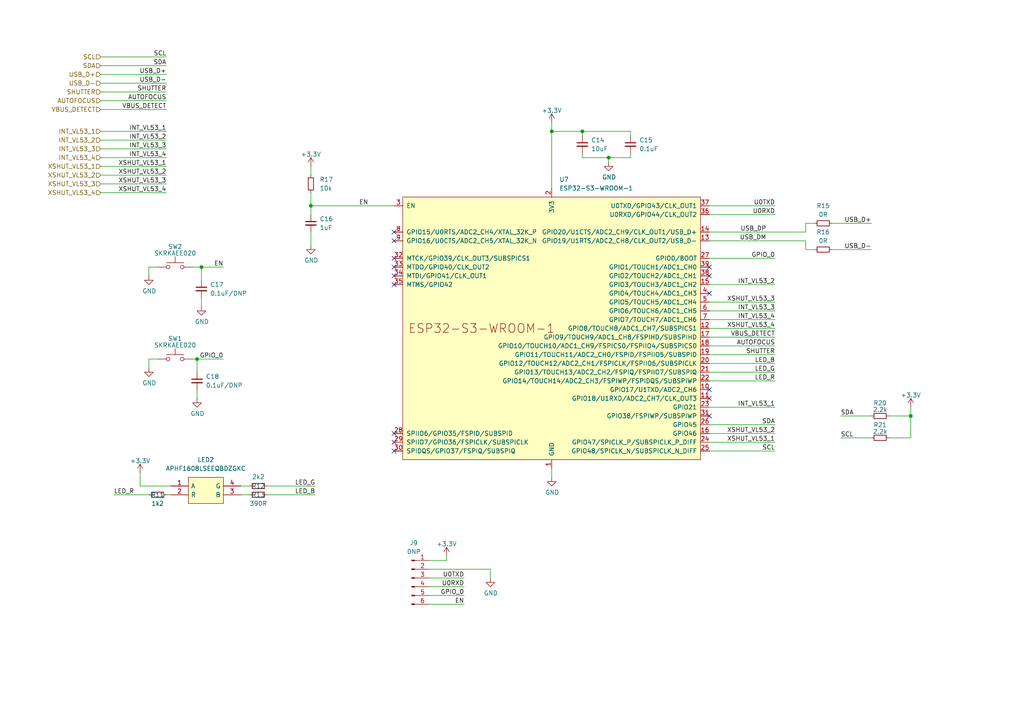
<source format=kicad_sch>
(kicad_sch (version 20230121) (generator eeschema)
  (paper "A4")
  (lib_symbols
    (symbol "APHF1608LSEEQBDZGKC:APHF1608LSEEQBDZGKC" (pin_names (offset 0.762))
      (property "Reference" "LED" (at 16.51 7.62 0))
      (property "Value" "APHF1608LSEEQBDZGKC" (at 16.51 5.08 0))
      (symbol "APHF1608LSEEQBDZGKC_0_0"
        (pin passive line (at 0 0 0) (length 5.08) (name "A") (number "1"))
        (pin passive line (at 0 -2.54 0) (length 5.08) (name "R") (number "2"))
        (pin passive line (at 20.32 -2.54 180) (length 5.08) (name "B") (number "3"))
        (pin passive line (at 20.32 0 180) (length 5.08) (name "G") (number "4"))
      )
      (symbol "APHF1608LSEEQBDZGKC_1_1"
        (polyline (pts (xy 5.08 2.54) (xy 15.24 2.54) (xy 15.24 -5.08) (xy 5.08 -5.08) (xy 5.08 2.54)) (stroke (width 0.1524)) (fill (type background)))
      )
    )
    (symbol "Connector:Conn_01x06_Pin" (pin_names (offset 1.016) hide)
      (property "Reference" "J" (at 0 7.62 0))
      (property "Value" "Conn_01x06_Pin" (at 0 -10.16 0))
      (symbol "Conn_01x06_Pin_1_1"
        (polyline (pts (xy 1.27 -7.62) (xy 0.8636 -7.62)) (stroke (width 0.1524)))
        (polyline (pts (xy 1.27 -5.08) (xy 0.8636 -5.08)) (stroke (width 0.1524)))
        (polyline (pts (xy 1.27 -2.54) (xy 0.8636 -2.54)) (stroke (width 0.1524)))
        (polyline (pts (xy 1.27 0) (xy 0.8636 0)) (stroke (width 0.1524)))
        (polyline (pts (xy 1.27 2.54) (xy 0.8636 2.54)) (stroke (width 0.1524)))
        (polyline (pts (xy 1.27 5.08) (xy 0.8636 5.08)) (stroke (width 0.1524)))
        (rectangle (start 0.8636 -7.493) (end 0 -7.747) (stroke (width 0.1524)) (fill (type outline)))
        (rectangle (start 0.8636 -4.953) (end 0 -5.207) (stroke (width 0.1524)) (fill (type outline)))
        (rectangle (start 0.8636 -2.413) (end 0 -2.667) (stroke (width 0.1524)) (fill (type outline)))
        (rectangle (start 0.8636 0.127) (end 0 -0.127) (stroke (width 0.1524)) (fill (type outline)))
        (rectangle (start 0.8636 2.667) (end 0 2.413) (stroke (width 0.1524)) (fill (type outline)))
        (rectangle (start 0.8636 5.207) (end 0 4.953) (stroke (width 0.1524)) (fill (type outline)))
        (pin passive line (at 5.08 5.08 180) (length 3.81) (name "Pin_1") (number "1"))
        (pin passive line (at 5.08 2.54 180) (length 3.81) (name "Pin_2") (number "2"))
        (pin passive line (at 5.08 0 180) (length 3.81) (name "Pin_3") (number "3"))
        (pin passive line (at 5.08 -2.54 180) (length 3.81) (name "Pin_4") (number "4"))
        (pin passive line (at 5.08 -5.08 180) (length 3.81) (name "Pin_5") (number "5"))
        (pin passive line (at 5.08 -7.62 180) (length 3.81) (name "Pin_6") (number "6"))
      )
    )
    (symbol "Device:C_Small" (pin_numbers hide) (pin_names (offset 0.254) hide)
      (property "Reference" "C" (at 0.254 1.778 0))
      (property "Value" "C_Small" (at 0.254 -2.032 0))
      (symbol "C_Small_0_1"
        (polyline (pts (xy -1.524 -0.508) (xy 1.524 -0.508)) (stroke (width 0.3302)))
        (polyline (pts (xy -1.524 0.508) (xy 1.524 0.508)) (stroke (width 0.3048)))
      )
      (symbol "C_Small_1_1"
        (pin passive line (at 0 2.54 270) (length 2.032) (name "~") (number "1"))
        (pin passive line (at 0 -2.54 90) (length 2.032) (name "~") (number "2"))
      )
    )
    (symbol "Device:R_Small" (pin_numbers hide) (pin_names (offset 0.254) hide)
      (property "Reference" "R" (at 0.762 0.508 0))
      (property "Value" "R_Small" (at 0.762 -1.016 0))
      (symbol "R_Small_0_1"
        (rectangle (start -0.762 1.778) (end 0.762 -1.778) (stroke (width 0.2032)))
      )
      (symbol "R_Small_1_1"
        (pin passive line (at 0 2.54 270) (length 0.762) (name "~") (number "1"))
        (pin passive line (at 0 -2.54 90) (length 0.762) (name "~") (number "2"))
      )
    )
    (symbol "PCM_Espressif:ESP32-S3-WROOM-1" (pin_names (offset 1.016))
      (property "Reference" "U" (at -43.18 43.18 0))
      (property "Value" "ESP32-S3-WROOM-1" (at -43.18 40.64 0))
      (symbol "ESP32-S3-WROOM-1_0_0"
        (text "ESP32-S3-WROOM-1" (at -20.32 0 0) (effects (font (size 2.54 2.54))))
        (pin power_in line (at 0 -40.64 90) (length 2.54) (name "GND") (number "1"))
        (pin bidirectional line (at 45.72 -17.78 180) (length 2.54) (name "GPIO17/U1TXD/ADC2_CH6") (number "10"))
        (pin bidirectional line (at 45.72 -20.32 180) (length 2.54) (name "GPIO18/U1RXD/ADC2_CH7/CLK_OUT3") (number "11"))
        (pin bidirectional line (at 45.72 0 180) (length 2.54) (name "GPIO8/TOUCH8/ADC1_CH7/SUBSPICS1") (number "12"))
        (pin bidirectional line (at 45.72 25.4 180) (length 2.54) (name "GPIO19/U1RTS/ADC2_CH8/CLK_OUT2/USB_D-") (number "13"))
        (pin bidirectional line (at 45.72 27.94 180) (length 2.54) (name "GPIO20/U1CTS/ADC2_CH9/CLK_OUT1/USB_D+") (number "14"))
        (pin bidirectional line (at 45.72 12.7 180) (length 2.54) (name "GPIO3/TOUCH3/ADC1_CH2") (number "15"))
        (pin bidirectional line (at 45.72 -30.48 180) (length 2.54) (name "GPIO46") (number "16"))
        (pin bidirectional line (at 45.72 -2.54 180) (length 2.54) (name "GPIO9/TOUCH9/ADC1_CH8/FSPIHD/SUBSPIHD") (number "17"))
        (pin bidirectional line (at 45.72 -5.08 180) (length 2.54) (name "GPIO10/TOUCH10/ADC1_CH9/FSPICS0/FSPIIO4/SUBSPICS0") (number "18"))
        (pin bidirectional line (at 45.72 -7.62 180) (length 2.54) (name "GPIO11/TOUCH11/ADC2_CH0/FSPID/FSPIIO5/SUBSPID") (number "19"))
        (pin power_in line (at 0 40.64 270) (length 2.54) (name "3V3") (number "2"))
        (pin bidirectional line (at 45.72 -10.16 180) (length 2.54) (name "GPIO12/TOUCH12/ADC2_CH1/FSPICLK/FSPIIO6/SUBSPICLK") (number "20"))
        (pin bidirectional line (at 45.72 -12.7 180) (length 2.54) (name "GPIO13/TOUCH13/ADC2_CH2/FSPIQ/FSPIIO7/SUBSPIQ") (number "21"))
        (pin bidirectional line (at 45.72 -15.24 180) (length 2.54) (name "GPIO14/TOUCH14/ADC2_CH3/FSPIWP/FSPIDQS/SUBSPIWP") (number "22"))
        (pin bidirectional line (at 45.72 -22.86 180) (length 2.54) (name "GPIO21") (number "23"))
        (pin bidirectional line (at 45.72 -33.02 180) (length 2.54) (name "GPIO47/SPICLK_P/SUBSPICLK_P_DIFF") (number "24"))
        (pin bidirectional line (at 45.72 -35.56 180) (length 2.54) (name "GPIO48/SPICLK_N/SUBSPICLK_N_DIFF") (number "25"))
        (pin bidirectional line (at 45.72 -27.94 180) (length 2.54) (name "GPIO45") (number "26"))
        (pin bidirectional line (at 45.72 20.32 180) (length 2.54) (name "GPIO0/BOOT") (number "27"))
        (pin bidirectional line (at -45.72 -30.48 0) (length 2.54) (name "SPIIO6/GPIO35/FSPID/SUBSPID") (number "28"))
        (pin bidirectional line (at -45.72 -33.02 0) (length 2.54) (name "SPIIO7/GPIO36/FSPICLK/SUBSPICLK") (number "29"))
        (pin input line (at -45.72 35.56 0) (length 2.54) (name "EN") (number "3"))
        (pin bidirectional line (at -45.72 -35.56 0) (length 2.54) (name "SPIDQS/GPIO37/FSPIQ/SUBSPIQ") (number "30"))
        (pin bidirectional line (at 45.72 -25.4 180) (length 2.54) (name "GPIO38/FSPIWP/SUBSPIWP") (number "31"))
        (pin bidirectional line (at -45.72 20.32 0) (length 2.54) (name "MTCK/GPIO39/CLK_OUT3/SUBSPICS1") (number "32"))
        (pin bidirectional line (at -45.72 17.78 0) (length 2.54) (name "MTDO/GPIO40/CLK_OUT2") (number "33"))
        (pin bidirectional line (at -45.72 15.24 0) (length 2.54) (name "MTDI/GPIO41/CLK_OUT1") (number "34"))
        (pin bidirectional line (at -45.72 12.7 0) (length 2.54) (name "MTMS/GPIO42") (number "35"))
        (pin bidirectional line (at 45.72 33.02 180) (length 2.54) (name "U0RXD/GPIO44/CLK_OUT2") (number "36"))
        (pin bidirectional line (at 45.72 35.56 180) (length 2.54) (name "U0TXD/GPIO43/CLK_OUT1") (number "37"))
        (pin bidirectional line (at 45.72 15.24 180) (length 2.54) (name "GPIO2/TOUCH2/ADC1_CH1") (number "38"))
        (pin bidirectional line (at 45.72 17.78 180) (length 2.54) (name "GPIO1/TOUCH1/ADC1_CH0") (number "39"))
        (pin bidirectional line (at 45.72 10.16 180) (length 2.54) (name "GPIO4/TOUCH4/ADC1_CH3") (number "4"))
        (pin passive line (at 0 -40.64 90) (length 2.54) hide (name "GND") (number "40"))
        (pin passive line (at 0 -40.64 90) (length 2.54) hide (name "GND") (number "41"))
        (pin bidirectional line (at 45.72 7.62 180) (length 2.54) (name "GPIO5/TOUCH5/ADC1_CH4") (number "5"))
        (pin bidirectional line (at 45.72 5.08 180) (length 2.54) (name "GPIO6/TOUCH6/ADC1_CH5") (number "6"))
        (pin bidirectional line (at 45.72 2.54 180) (length 2.54) (name "GPIO7/TOUCH7/ADC1_CH6") (number "7"))
        (pin bidirectional line (at -45.72 27.94 0) (length 2.54) (name "GPIO15/U0RTS/ADC2_CH4/XTAL_32K_P") (number "8"))
        (pin bidirectional line (at -45.72 25.4 0) (length 2.54) (name "GPIO16/U0CTS/ADC2_CH5/XTAL_32K_N") (number "9"))
      )
      (symbol "ESP32-S3-WROOM-1_0_1"
        (rectangle (start -43.18 38.1) (end 43.18 -38.1) (fill (type background)))
      )
    )
    (symbol "Switch:SW_Push" (pin_numbers hide) (pin_names (offset 1.016) hide)
      (property "Reference" "SW" (at 1.27 2.54 0))
      (property "Value" "SW_Push" (at 0 -1.524 0))
      (symbol "SW_Push_0_1"
        (circle (center -2.032 0) (radius 0.508))
        (polyline (pts (xy 0 1.27) (xy 0 3.048)))
        (polyline (pts (xy 2.54 1.27) (xy -2.54 1.27)))
        (circle (center 2.032 0) (radius 0.508))
        (pin passive line (at -5.08 0 0) (length 2.54) (name "1") (number "1"))
        (pin passive line (at 5.08 0 180) (length 2.54) (name "2") (number "2"))
      )
    )
    (symbol "power:+3.3V" (power) (pin_names (offset 0))
      (property "Value" "+3.3V" (at 0 3.556 0))
      (symbol "+3.3V_0_1"
        (polyline (pts (xy -0.762 1.27) (xy 0 2.54)))
        (polyline (pts (xy 0 0) (xy 0 2.54)))
        (polyline (pts (xy 0 2.54) (xy 0.762 1.27)))
      )
      (symbol "+3.3V_1_1"
        (pin power_in line (at 0 0 90) (length 0) hide (name "+3.3V") (number "1"))
      )
    )
    (symbol "power:GND" (power) (pin_names (offset 0))
      (property "Value" "GND" (at 0 -3.81 0))
      (symbol "GND_0_1"
        (polyline (pts (xy 0 0) (xy 0 -1.27) (xy 1.27 -1.27) (xy 0 -2.54) (xy -1.27 -1.27) (xy 0 -1.27)))
      )
      (symbol "GND_1_1"
        (pin power_in line (at 0 0 270) (length 0) hide (name "GND") (number "1"))
      )
    )
  )
  (junction (at 160.02 38.1))
  (junction (at 90.17 59.69))
  (junction (at 57.15 104.14))
  (junction (at 264.16 120.65))
  (junction (at 168.91 38.1))
  (junction (at 176.53 45.72))
  (junction (at 58.42 77.47))
  (no_connect (at 114.3 130.81))
  (no_connect (at 114.3 77.47))
  (no_connect (at 114.3 80.01))
  (no_connect (at 205.74 80.01))
  (no_connect (at 114.3 74.93))
  (no_connect (at 114.3 82.55))
  (no_connect (at 205.74 115.57))
  (no_connect (at 205.74 120.65))
  (no_connect (at 114.3 125.73))
  (no_connect (at 205.74 77.47))
  (no_connect (at 114.3 128.27))
  (no_connect (at 205.74 113.03))
  (no_connect (at 114.3 69.85))
  (no_connect (at 114.3 67.31))
  (no_connect (at 205.74 85.09))
  (wire (pts (xy 168.91 38.1) (xy 160.02 38.1)))
  (wire (pts (xy 168.91 44.45) (xy 168.91 45.72)))
  (wire (pts (xy 29.21 40.64) (xy 48.26 40.64)))
  (wire (pts (xy 205.74 123.19) (xy 224.79 123.19)))
  (wire (pts (xy 205.74 125.73) (xy 224.79 125.73)))
  (wire (pts (xy 142.24 165.1) (xy 124.46 165.1)))
  (wire (pts (xy 160.02 35.56) (xy 160.02 38.1)))
  (wire (pts (xy 176.53 45.72) (xy 176.53 46.99)))
  (wire (pts (xy 29.21 31.75) (xy 48.26 31.75)))
  (wire (pts (xy 252.73 120.65) (xy 243.84 120.65)))
  (wire (pts (xy 205.74 59.69) (xy 224.79 59.69)))
  (wire (pts (xy 58.42 86.36) (xy 58.42 88.9)))
  (wire (pts (xy 58.42 77.47) (xy 58.42 81.28)))
  (wire (pts (xy 57.15 113.03) (xy 57.15 115.57)))
  (wire (pts (xy 205.74 69.85) (xy 233.68 69.85)))
  (wire (pts (xy 205.74 100.33) (xy 224.79 100.33)))
  (wire (pts (xy 43.18 143.51) (xy 33.02 143.51)))
  (wire (pts (xy 205.74 97.79) (xy 224.79 97.79)))
  (wire (pts (xy 142.24 167.64) (xy 142.24 165.1)))
  (wire (pts (xy 29.21 43.18) (xy 48.26 43.18)))
  (wire (pts (xy 90.17 55.88) (xy 90.17 59.69)))
  (wire (pts (xy 236.22 64.77) (xy 233.68 64.77)))
  (wire (pts (xy 205.74 102.87) (xy 224.79 102.87)))
  (wire (pts (xy 40.64 140.97) (xy 49.53 140.97)))
  (wire (pts (xy 40.64 140.97) (xy 40.64 137.16)))
  (wire (pts (xy 55.88 77.47) (xy 58.42 77.47)))
  (wire (pts (xy 264.16 118.11) (xy 264.16 120.65)))
  (wire (pts (xy 90.17 48.26) (xy 90.17 50.8)))
  (wire (pts (xy 129.54 161.29) (xy 129.54 162.56)))
  (wire (pts (xy 168.91 39.37) (xy 168.91 38.1)))
  (wire (pts (xy 205.74 95.25) (xy 224.79 95.25)))
  (wire (pts (xy 29.21 48.26) (xy 48.26 48.26)))
  (wire (pts (xy 233.68 72.39) (xy 236.22 72.39)))
  (wire (pts (xy 264.16 120.65) (xy 257.81 120.65)))
  (wire (pts (xy 182.88 39.37) (xy 182.88 38.1)))
  (wire (pts (xy 205.74 110.49) (xy 224.79 110.49)))
  (wire (pts (xy 29.21 53.34) (xy 48.26 53.34)))
  (wire (pts (xy 77.47 143.51) (xy 91.44 143.51)))
  (wire (pts (xy 45.72 104.14) (xy 43.18 104.14)))
  (wire (pts (xy 49.53 143.51) (xy 48.26 143.51)))
  (wire (pts (xy 257.81 127) (xy 264.16 127)))
  (wire (pts (xy 205.74 62.23) (xy 224.79 62.23)))
  (wire (pts (xy 124.46 172.72) (xy 134.62 172.72)))
  (wire (pts (xy 29.21 16.51) (xy 48.26 16.51)))
  (wire (pts (xy 205.74 105.41) (xy 224.79 105.41)))
  (wire (pts (xy 57.15 104.14) (xy 64.77 104.14)))
  (wire (pts (xy 29.21 45.72) (xy 48.26 45.72)))
  (wire (pts (xy 205.74 87.63) (xy 224.79 87.63)))
  (wire (pts (xy 160.02 135.89) (xy 160.02 138.43)))
  (wire (pts (xy 205.74 82.55) (xy 224.79 82.55)))
  (wire (pts (xy 55.88 104.14) (xy 57.15 104.14)))
  (wire (pts (xy 124.46 167.64) (xy 134.62 167.64)))
  (wire (pts (xy 129.54 162.56) (xy 124.46 162.56)))
  (wire (pts (xy 43.18 77.47) (xy 43.18 80.01)))
  (wire (pts (xy 205.74 74.93) (xy 224.79 74.93)))
  (wire (pts (xy 124.46 170.18) (xy 134.62 170.18)))
  (wire (pts (xy 264.16 127) (xy 264.16 120.65)))
  (wire (pts (xy 205.74 90.17) (xy 224.79 90.17)))
  (wire (pts (xy 205.74 128.27) (xy 224.79 128.27)))
  (wire (pts (xy 43.18 104.14) (xy 43.18 106.68)))
  (wire (pts (xy 90.17 59.69) (xy 114.3 59.69)))
  (wire (pts (xy 241.3 72.39) (xy 252.73 72.39)))
  (wire (pts (xy 205.74 118.11) (xy 224.79 118.11)))
  (wire (pts (xy 72.39 143.51) (xy 69.85 143.51)))
  (wire (pts (xy 29.21 26.67) (xy 48.26 26.67)))
  (wire (pts (xy 160.02 38.1) (xy 160.02 54.61)))
  (wire (pts (xy 91.44 140.97) (xy 77.47 140.97)))
  (wire (pts (xy 29.21 19.05) (xy 48.26 19.05)))
  (wire (pts (xy 58.42 77.47) (xy 64.77 77.47)))
  (wire (pts (xy 205.74 107.95) (xy 224.79 107.95)))
  (wire (pts (xy 168.91 38.1) (xy 182.88 38.1)))
  (wire (pts (xy 69.85 140.97) (xy 72.39 140.97)))
  (wire (pts (xy 29.21 38.1) (xy 48.26 38.1)))
  (wire (pts (xy 29.21 55.88) (xy 48.26 55.88)))
  (wire (pts (xy 29.21 21.59) (xy 48.26 21.59)))
  (wire (pts (xy 45.72 77.47) (xy 43.18 77.47)))
  (wire (pts (xy 124.46 175.26) (xy 134.62 175.26)))
  (wire (pts (xy 233.68 64.77) (xy 233.68 67.31)))
  (wire (pts (xy 90.17 67.31) (xy 90.17 71.12)))
  (wire (pts (xy 29.21 24.13) (xy 48.26 24.13)))
  (wire (pts (xy 168.91 45.72) (xy 176.53 45.72)))
  (wire (pts (xy 29.21 29.21) (xy 48.26 29.21)))
  (wire (pts (xy 252.73 127) (xy 243.84 127)))
  (wire (pts (xy 205.74 130.81) (xy 224.79 130.81)))
  (wire (pts (xy 205.74 67.31) (xy 233.68 67.31)))
  (wire (pts (xy 241.3 64.77) (xy 252.73 64.77)))
  (wire (pts (xy 90.17 59.69) (xy 90.17 62.23)))
  (wire (pts (xy 233.68 69.85) (xy 233.68 72.39)))
  (wire (pts (xy 182.88 44.45) (xy 182.88 45.72)))
  (wire (pts (xy 29.21 50.8) (xy 48.26 50.8)))
  (wire (pts (xy 205.74 92.71) (xy 224.79 92.71)))
  (wire (pts (xy 182.88 45.72) (xy 176.53 45.72)))
  (wire (pts (xy 57.15 104.14) (xy 57.15 107.95)))
  (label "SCL" (at 224.79 130.81 180))
  (label "USB_D+" (at 252.73 64.77 180))
  (label "INT_VL53_2" (at 48.26 40.64 180))
  (label "AUTOFOCUS" (at 224.79 100.33 180))
  (label "INT_VL53_4" (at 48.26 45.72 180))
  (label "LED_G" (at 91.44 140.97 180))
  (label "EN" (at 104.14 59.69 0))
  (label "U0RXD" (at 134.62 170.18 180))
  (label "USB_DM" (at 222.25 69.85 180))
  (label "U0TXD" (at 134.62 167.64 180))
  (label "XSHUT_VL53_1" (at 224.79 128.27 180))
  (label "INT_VL53_4" (at 224.79 92.71 180))
  (label "INT_VL53_3" (at 48.26 43.18 180))
  (label "GPIO_0" (at 64.77 104.14 180))
  (label "VBUS_DETECT" (at 224.79 97.79 180))
  (label "SCL" (at 48.26 16.51 180))
  (label "SDA" (at 243.84 120.65 0))
  (label "GPIO_0" (at 224.79 74.93 180))
  (label "GPIO_0" (at 134.62 172.72 180))
  (label "USB_D+" (at 48.26 21.59 180))
  (label "INT_VL53_2" (at 224.79 82.55 180))
  (label "SCL" (at 243.84 127 0))
  (label "XSHUT_VL53_2" (at 224.79 125.73 180))
  (label "INT_VL53_3" (at 224.79 90.17 180))
  (label "INT_VL53_1" (at 224.79 118.11 180))
  (label "INT_VL53_1" (at 48.26 38.1 180))
  (label "LED_B" (at 224.79 105.41 180))
  (label "LED_B" (at 91.44 143.51 180))
  (label "USB_D-" (at 48.26 24.13 180))
  (label "EN" (at 64.77 77.47 180))
  (label "USB_DP" (at 222.25 67.31 180))
  (label "SHUTTER" (at 48.26 26.67 180))
  (label "U0RXD" (at 224.79 62.23 180))
  (label "AUTOFOCUS" (at 48.26 29.21 180))
  (label "LED_R" (at 33.02 143.51 0))
  (label "XSHUT_VL53_2" (at 48.26 50.8 180))
  (label "U0TXD" (at 224.79 59.69 180))
  (label "SHUTTER" (at 224.79 102.87 180))
  (label "USB_D-" (at 252.73 72.39 180))
  (label "XSHUT_VL53_3" (at 48.26 53.34 180))
  (label "LED_R" (at 224.79 110.49 180))
  (label "EN" (at 134.62 175.26 180))
  (label "XSHUT_VL53_4" (at 224.79 95.25 180))
  (label "VBUS_DETECT" (at 48.26 31.75 180))
  (label "XSHUT_VL53_3" (at 224.79 87.63 180))
  (label "XSHUT_VL53_1" (at 48.26 48.26 180))
  (label "XSHUT_VL53_4" (at 48.26 55.88 180))
  (label "LED_G" (at 224.79 107.95 180))
  (label "SDA" (at 48.26 19.05 180))
  (label "SDA" (at 224.79 123.19 180))
  (hierarchical_label "INT_VL53_3" (shape input) (at 29.21 43.18 180))
  (hierarchical_label "USB_D+" (shape input) (at 29.21 21.59 180))
  (hierarchical_label "XSHUT_VL53_4" (shape input) (at 29.21 55.88 180))
  (hierarchical_label "SDA" (shape input) (at 29.21 19.05 180))
  (hierarchical_label "XSHUT_VL53_2" (shape input) (at 29.21 50.8 180))
  (hierarchical_label "SHUTTER" (shape input) (at 29.21 26.67 180))
  (hierarchical_label "XSHUT_VL53_1" (shape input) (at 29.21 48.26 180))
  (hierarchical_label "USB_D-" (shape input) (at 29.21 24.13 180))
  (hierarchical_label "SCL" (shape input) (at 29.21 16.51 180))
  (hierarchical_label "INT_VL53_1" (shape input) (at 29.21 38.1 180))
  (hierarchical_label "VBUS_DETECT" (shape input) (at 29.21 31.75 180))
  (hierarchical_label "INT_VL53_2" (shape input) (at 29.21 40.64 180))
  (hierarchical_label "XSHUT_VL53_3" (shape input) (at 29.21 53.34 180))
  (hierarchical_label "AUTOFOCUS" (shape input) (at 29.21 29.21 180))
  (hierarchical_label "INT_VL53_4" (shape input) (at 29.21 45.72 180))
  (symbol (lib_id "Device:R_Small") (at 255.27 127 90) (unit 1)
    (property "Reference" "R21" (at 255.27 123.2535 90))
    (property "Value" "2.2k" (at 255.27 125.1745 90))
    (property "Footprint" "Resistor_SMD:R_0603_1608Metric" (effects hide))
  )
  (symbol (lib_id "power:+3.3V") (at 264.16 118.11 0) (unit 1)
    (property "Reference" "#PWR057" (effects hide))
    (property "Value" "+3.3V" (at 264.16 114.6081 0))
  )
  (symbol (lib_id "Device:C_Small") (at 57.15 110.49 0) (unit 1)
    (property "Reference" "C18" (at 59.69 109.2263 0) (effects (justify left)))
    (property "Value" "0.1uF/DNP" (at 59.69 111.7663 0) (effects (justify left)))
    (property "Footprint" "Capacitor_SMD:C_0603_1608Metric" (effects hide))
  )
  (symbol (lib_id "Device:R_Small") (at 90.17 53.34 180) (unit 1)
    (property "Reference" "R17" (at 92.71 52.07 0) (effects (justify right)))
    (property "Value" "10k" (at 92.71 54.61 0) (effects (justify right)))
    (property "Footprint" "Resistor_SMD:R_0603_1608Metric" (effects hide))
  )
  (symbol (lib_id "power:+3.3V") (at 90.17 48.26 0) (unit 1)
    (property "Reference" "#PWR055" (effects hide))
    (property "Value" "+3.3V" (at 90.17 44.7581 0))
  )
  (symbol (lib_id "Switch:SW_Push") (at 50.8 104.14 0) (unit 1)
    (property "Reference" "SW1" (at 50.8 98.2091 0))
    (property "Value" "SKRKAEE020" (at 50.8 100.1301 0))
    (property "Footprint" "SKRKAEE020:SKRKAEE020" (effects hide))
  )
  (symbol (lib_id "power:GND") (at 160.02 138.43 0) (unit 1)
    (property "Reference" "#PWR02" (effects hide))
    (property "Value" "GND" (at 160.147 142.8242 0))
    (instances (project "RP2040_minimal" (path "" (reference "#PWR02") (unit 1))) (project "rep-trap-pcb" (path "" (reference "#PWR052") (unit 1))))
  )
  (symbol (lib_id "APHF1608LSEEQBDZGKC:APHF1608LSEEQBDZGKC") (at 49.53 140.97 0) (unit 1)
    (property "Reference" "LED2" (at 59.69 133.35 0))
    (property "Value" "APHF1608LSEEQBDZGKC" (at 59.69 135.89 0))
    (property "Footprint" "APHF1608LSEEQBDZGKC:APHF1608LSEEQBDZGKC" (effects hide))
    (property "Datasheet" "https://componentsearchengine.com/Datasheets/1/APHF1608LSEEQBDZGKC.pdf" (effects hide))
    (property "Description" "Standard LEDs - SMD RGB 0603 SMD" (effects hide))
    (property "Manufacturer_Name" "Kingbright" (effects hide))
    (property "Manufacturer_Part_Number" "APHF1608LSEEQBDZGKC" (effects hide))
    (property "Mouser Part Number" "604-APHF1608LQBDZGKC" (effects hide))
    (property "Mouser Price/Stock" "https://www.mouser.co.uk/ProductDetail/Kingbright/APHF1608LSEEQBDZGKC?qs=YCa%2FAAYMW02iGkI4tWMQgA%3D%3D" (effects hide))
    (property "Arrow Part Number" "APHF1608LSEEQBDZGKC" (effects hide))
    (property "Arrow Price/Stock" "https://www.arrow.com/en/products/aphf1608lseeqbdzgkc/kingbright" (effects hide))
  )
  (symbol (lib_id "Device:C_Small") (at 182.88 41.91 0) (unit 1)
    (property "Reference" "C15" (at 185.42 40.6463 0) (effects (justify left)))
    (property "Value" "0.1uF" (at 185.42 43.1863 0) (effects (justify left)))
    (property "Footprint" "Capacitor_SMD:C_0603_1608Metric" (effects hide))
  )
  (symbol (lib_id "Device:R_Small") (at 74.93 143.51 270) (unit 1)
    (property "Reference" "R13" (at 74.93 143.51 90))
    (property "Value" "390R" (at 74.93 146.05 90))
    (property "Footprint" "Resistor_SMD:R_0603_1608Metric" (effects hide))
    (instances (project "gx-base-2x2" (path "" (reference "R13") (unit 1))) (project "nrf52-sensor-tag" (path "" (reference "R7") (unit 1))) (project "rep-trap-pcb" (path "" (reference "R30") (unit 1))) (project "gx-sensor-module-temperature" (path "" (reference "R13") (unit 1))))
  )
  (symbol (lib_id "Device:R_Small") (at 238.76 64.77 90) (unit 1)
    (property "Reference" "R15" (at 238.76 59.69 90))
    (property "Value" "0R" (at 238.76 62.23 90))
    (property "Footprint" "Resistor_SMD:R_0603_1608Metric" (effects hide))
  )
  (symbol (lib_id "PCM_Espressif:ESP32-S3-WROOM-1") (at 160.02 95.25 0) (unit 1)
    (property "Reference" "U7" (at 162.2141 52.07 0) (effects (justify left)))
    (property "Value" "ESP32-S3-WROOM-1" (at 162.2141 54.61 0) (effects (justify left)))
    (property "Footprint" "ESP32-S3:ESP32-S3-WROOM-1" (effects hide))
    (property "Datasheet" "https://www.espressif.com/sites/default/files/documentation/esp32-s3-wroom-1_wroom-1u_datasheet_en.pdf" (effects hide))
  )
  (symbol (lib_id "power:GND") (at 43.18 80.01 0) (unit 1)
    (property "Reference" "#PWR02" (effects hide))
    (property "Value" "GND" (at 43.307 84.4042 0))
    (instances (project "RP2040_minimal" (path "" (reference "#PWR02") (unit 1))) (project "rep-trap-pcb" (path "" (reference "#PWR09") (unit 1))))
  )
  (symbol (lib_id "Device:R_Small") (at 255.27 120.65 90) (unit 1)
    (property "Reference" "R20" (at 255.27 116.9035 90))
    (property "Value" "2.2k" (at 255.27 118.8245 90))
    (property "Footprint" "Resistor_SMD:R_0603_1608Metric" (effects hide))
  )
  (symbol (lib_id "power:+3.3V") (at 129.54 161.29 0) (unit 1)
    (property "Reference" "#PWR024" (effects hide))
    (property "Value" "+3.3V" (at 129.54 157.7881 0))
    (instances (project "gx-base-2x2" (path "" (reference "#PWR024") (unit 1))) (project "rep-trap-pcb" (path "" (reference "#PWR060") (unit 1))) (project "gx-sensor-module-temperature" (path "" (reference "#PWR028") (unit 1))))
  )
  (symbol (lib_id "Device:C_Small") (at 168.91 41.91 0) (unit 1)
    (property "Reference" "C14" (at 171.45 40.6463 0) (effects (justify left)))
    (property "Value" "10uF" (at 171.45 43.1863 0) (effects (justify left)))
    (property "Footprint" "Capacitor_SMD:C_0603_1608Metric" (effects hide))
  )
  (symbol (lib_id "Switch:SW_Push") (at 50.8 77.47 0) (unit 1)
    (property "Reference" "SW2" (at 50.8 71.5391 0))
    (property "Value" "SKRKAEE020" (at 50.8 73.4601 0))
    (property "Footprint" "SKRKAEE020:SKRKAEE020" (effects hide))
  )
  (symbol (lib_id "Device:C_Small") (at 58.42 83.82 0) (unit 1)
    (property "Reference" "C17" (at 60.96 82.5563 0) (effects (justify left)))
    (property "Value" "0.1uF/DNP" (at 60.96 85.0963 0) (effects (justify left)))
    (property "Footprint" "Capacitor_SMD:C_0603_1608Metric" (effects hide))
  )
  (symbol (lib_id "power:GND") (at 90.17 71.12 0) (unit 1)
    (property "Reference" "#PWR02" (effects hide))
    (property "Value" "GND" (at 90.297 75.5142 0))
    (instances (project "RP2040_minimal" (path "" (reference "#PWR02") (unit 1))) (project "rep-trap-pcb" (path "" (reference "#PWR054") (unit 1))))
  )
  (symbol (lib_id "power:GND") (at 58.42 88.9 0) (unit 1)
    (property "Reference" "#PWR02" (effects hide))
    (property "Value" "GND" (at 58.547 93.2942 0))
    (instances (project "RP2040_minimal" (path "" (reference "#PWR02") (unit 1))) (project "rep-trap-pcb" (path "" (reference "#PWR058") (unit 1))))
  )
  (symbol (lib_id "Device:R_Small") (at 74.93 140.97 270) (unit 1)
    (property "Reference" "R12" (at 74.93 140.97 90))
    (property "Value" "2k2" (at 74.93 138.303 90))
    (property "Footprint" "Resistor_SMD:R_0603_1608Metric" (effects hide))
    (instances (project "gx-base-2x2" (path "" (reference "R12") (unit 1))) (project "nrf52-sensor-tag" (path "" (reference "R6") (unit 1))) (project "rep-trap-pcb" (path "" (reference "R29") (unit 1))) (project "gx-sensor-module-temperature" (path "" (reference "R12") (unit 1))))
  )
  (symbol (lib_id "Device:R_Small") (at 238.76 72.39 90) (unit 1)
    (property "Reference" "R16" (at 238.76 67.31 90))
    (property "Value" "0R" (at 238.76 69.85 90))
    (property "Footprint" "Resistor_SMD:R_0603_1608Metric" (effects hide))
  )
  (symbol (lib_id "Connector:Conn_01x06_Pin") (at 119.38 167.64 0) (unit 1)
    (property "Reference" "J9" (at 120.015 157.48 0))
    (property "Value" "DNP" (at 120.015 160.02 0))
    (property "Footprint" "Connector_PinSocket_2.54mm:PinSocket_1x06_P2.54mm_Vertical" (effects hide))
  )
  (symbol (lib_id "power:GND") (at 176.53 46.99 0) (unit 1)
    (property "Reference" "#PWR02" (effects hide))
    (property "Value" "GND" (at 176.657 51.3842 0))
    (instances (project "RP2040_minimal" (path "" (reference "#PWR02") (unit 1))) (project "rep-trap-pcb" (path "" (reference "#PWR053") (unit 1))))
  )
  (symbol (lib_id "power:GND") (at 57.15 115.57 0) (unit 1)
    (property "Reference" "#PWR02" (effects hide))
    (property "Value" "GND" (at 57.277 119.9642 0))
    (instances (project "RP2040_minimal" (path "" (reference "#PWR02") (unit 1))) (project "rep-trap-pcb" (path "" (reference "#PWR059") (unit 1))))
  )
  (symbol (lib_id "power:GND") (at 142.24 167.64 0) (unit 1)
    (property "Reference" "#PWR02" (effects hide))
    (property "Value" "GND" (at 142.367 172.0342 0))
    (instances (project "RP2040_minimal" (path "" (reference "#PWR02") (unit 1))) (project "rep-trap-pcb" (path "" (reference "#PWR061") (unit 1))))
  )
  (symbol (lib_id "power:GND") (at 43.18 106.68 0) (unit 1)
    (property "Reference" "#PWR02" (effects hide))
    (property "Value" "GND" (at 43.307 111.0742 0))
    (instances (project "RP2040_minimal" (path "" (reference "#PWR02") (unit 1))) (project "rep-trap-pcb" (path "" (reference "#PWR056") (unit 1))))
  )
  (symbol (lib_id "Device:R_Small") (at 45.72 143.51 270) (unit 1)
    (property "Reference" "R11" (at 45.72 143.51 90))
    (property "Value" "1k2" (at 45.72 146.05 90))
    (property "Footprint" "Resistor_SMD:R_0603_1608Metric" (effects hide))
    (instances (project "gx-base-2x2" (path "" (reference "R11") (unit 1))) (project "nrf52-sensor-tag" (path "" (reference "R5") (unit 1))) (project "rep-trap-pcb" (path "" (reference "R25") (unit 1))) (project "gx-sensor-module-temperature" (path "" (reference "R11") (unit 1))))
  )
  (symbol (lib_id "Device:C_Small") (at 90.17 64.77 0) (unit 1)
    (property "Reference" "C16" (at 92.71 63.5063 0) (effects (justify left)))
    (property "Value" "1uF" (at 92.71 66.0463 0) (effects (justify left)))
    (property "Footprint" "Capacitor_SMD:C_0603_1608Metric" (effects hide))
  )
  (symbol (lib_id "power:+3.3V") (at 40.64 137.16 0) (unit 1)
    (property "Reference" "#PWR024" (effects hide))
    (property "Value" "+3.3V" (at 40.64 133.6581 0))
    (instances (project "gx-base-2x2" (path "" (reference "#PWR024") (unit 1))) (project "rep-trap-pcb" (path "" (reference "#PWR084") (unit 1))) (project "gx-sensor-module-temperature" (path "" (reference "#PWR028") (unit 1))))
  )
  (symbol (lib_id "power:+3.3V") (at 160.02 35.56 0) (unit 1)
    (property "Reference" "#PWR024" (effects hide))
    (property "Value" "+3.3V" (at 160.02 32.0581 0))
    (instances (project "gx-base-2x2" (path "" (reference "#PWR024") (unit 1))) (project "rep-trap-pcb" (path "" (reference "#PWR05") (unit 1))) (project "gx-sensor-module-temperature" (path "" (reference "#PWR028") (unit 1))))
  )
)
</source>
